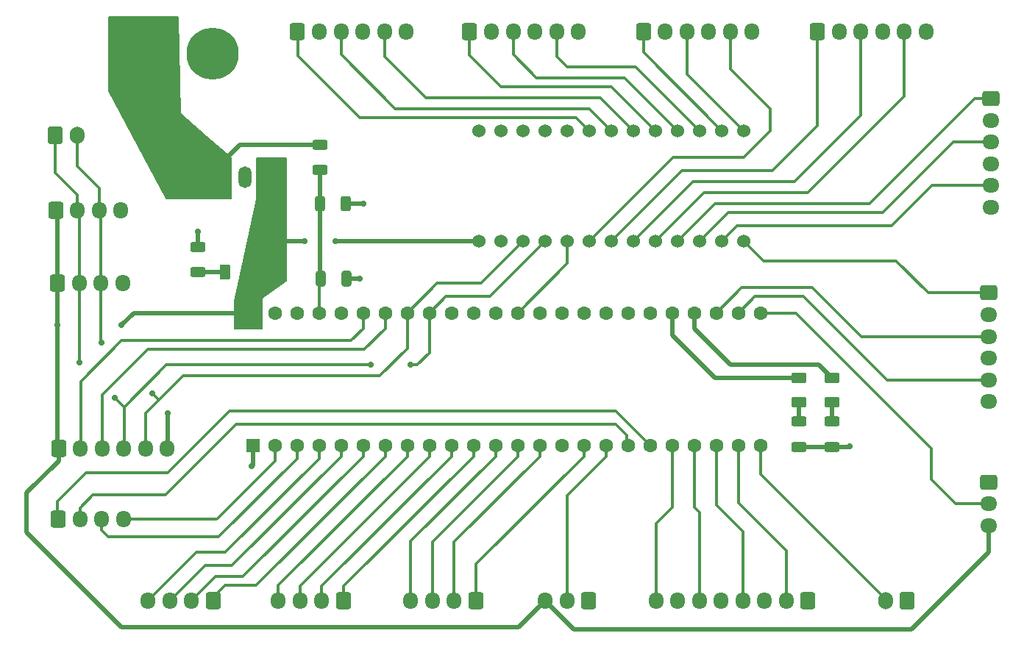
<source format=gbr>
%TF.GenerationSoftware,KiCad,Pcbnew,7.0.5-7.0.5~ubuntu20.04.1*%
%TF.CreationDate,2023-07-11T16:02:29+02:00*%
%TF.ProjectId,drone_launcher,64726f6e-655f-46c6-9175-6e636865722e,V1.0*%
%TF.SameCoordinates,Original*%
%TF.FileFunction,Copper,L1,Top*%
%TF.FilePolarity,Positive*%
%FSLAX46Y46*%
G04 Gerber Fmt 4.6, Leading zero omitted, Abs format (unit mm)*
G04 Created by KiCad (PCBNEW 7.0.5-7.0.5~ubuntu20.04.1) date 2023-07-11 16:02:29*
%MOMM*%
%LPD*%
G01*
G04 APERTURE LIST*
G04 Aperture macros list*
%AMRoundRect*
0 Rectangle with rounded corners*
0 $1 Rounding radius*
0 $2 $3 $4 $5 $6 $7 $8 $9 X,Y pos of 4 corners*
0 Add a 4 corners polygon primitive as box body*
4,1,4,$2,$3,$4,$5,$6,$7,$8,$9,$2,$3,0*
0 Add four circle primitives for the rounded corners*
1,1,$1+$1,$2,$3*
1,1,$1+$1,$4,$5*
1,1,$1+$1,$6,$7*
1,1,$1+$1,$8,$9*
0 Add four rect primitives between the rounded corners*
20,1,$1+$1,$2,$3,$4,$5,0*
20,1,$1+$1,$4,$5,$6,$7,0*
20,1,$1+$1,$6,$7,$8,$9,0*
20,1,$1+$1,$8,$9,$2,$3,0*%
G04 Aperture macros list end*
%TA.AperFunction,ComponentPad*%
%ADD10RoundRect,0.250000X-0.725000X0.600000X-0.725000X-0.600000X0.725000X-0.600000X0.725000X0.600000X0*%
%TD*%
%TA.AperFunction,ComponentPad*%
%ADD11O,1.950000X1.700000*%
%TD*%
%TA.AperFunction,ComponentPad*%
%ADD12RoundRect,0.250000X-0.600000X-0.725000X0.600000X-0.725000X0.600000X0.725000X-0.600000X0.725000X0*%
%TD*%
%TA.AperFunction,ComponentPad*%
%ADD13O,1.700000X1.950000*%
%TD*%
%TA.AperFunction,ComponentPad*%
%ADD14C,1.524000*%
%TD*%
%TA.AperFunction,ComponentPad*%
%ADD15RoundRect,0.250000X0.600000X0.725000X-0.600000X0.725000X-0.600000X-0.725000X0.600000X-0.725000X0*%
%TD*%
%TA.AperFunction,ComponentPad*%
%ADD16R,1.500000X2.500000*%
%TD*%
%TA.AperFunction,ComponentPad*%
%ADD17O,1.500000X2.500000*%
%TD*%
%TA.AperFunction,SMDPad,CuDef*%
%ADD18RoundRect,0.250000X-0.325000X-0.650000X0.325000X-0.650000X0.325000X0.650000X-0.325000X0.650000X0*%
%TD*%
%TA.AperFunction,SMDPad,CuDef*%
%ADD19RoundRect,0.250000X-0.625000X0.312500X-0.625000X-0.312500X0.625000X-0.312500X0.625000X0.312500X0*%
%TD*%
%TA.AperFunction,SMDPad,CuDef*%
%ADD20RoundRect,0.250000X0.625000X-0.375000X0.625000X0.375000X-0.625000X0.375000X-0.625000X-0.375000X0*%
%TD*%
%TA.AperFunction,ComponentPad*%
%ADD21C,6.000000*%
%TD*%
%TA.AperFunction,ComponentPad*%
%ADD22R,6.000000X6.000000*%
%TD*%
%TA.AperFunction,SMDPad,CuDef*%
%ADD23RoundRect,0.250000X0.625000X-0.312500X0.625000X0.312500X-0.625000X0.312500X-0.625000X-0.312500X0*%
%TD*%
%TA.AperFunction,ComponentPad*%
%ADD24R,1.600000X1.600000*%
%TD*%
%TA.AperFunction,ComponentPad*%
%ADD25C,1.600000*%
%TD*%
%TA.AperFunction,SMDPad,CuDef*%
%ADD26RoundRect,0.250000X-0.375000X-0.625000X0.375000X-0.625000X0.375000X0.625000X-0.375000X0.625000X0*%
%TD*%
%TA.AperFunction,ComponentPad*%
%ADD27RoundRect,0.250000X-0.600000X-0.750000X0.600000X-0.750000X0.600000X0.750000X-0.600000X0.750000X0*%
%TD*%
%TA.AperFunction,ComponentPad*%
%ADD28O,1.700000X2.000000*%
%TD*%
%TA.AperFunction,ComponentPad*%
%ADD29RoundRect,0.250000X0.600000X0.750000X-0.600000X0.750000X-0.600000X-0.750000X0.600000X-0.750000X0*%
%TD*%
%TA.AperFunction,SMDPad,CuDef*%
%ADD30RoundRect,0.250000X-0.312500X-0.625000X0.312500X-0.625000X0.312500X0.625000X-0.312500X0.625000X0*%
%TD*%
%TA.AperFunction,ViaPad*%
%ADD31C,0.700000*%
%TD*%
%TA.AperFunction,Conductor*%
%ADD32C,0.500000*%
%TD*%
%TA.AperFunction,Conductor*%
%ADD33C,0.300000*%
%TD*%
G04 APERTURE END LIST*
D10*
%TO.P,J7,1,Pin_1*%
%TO.N,GND*%
X203217000Y-115864000D03*
D11*
%TO.P,J7,2,Pin_2*%
%TO.N,/LEDS_DRONE*%
X203217000Y-118364000D03*
%TO.P,J7,3,Pin_3*%
%TO.N,+5V*%
X203217000Y-120864000D03*
%TD*%
D12*
%TO.P,J14,1,Pin_1*%
%TO.N,/F1R2_TOP_SW*%
X143456000Y-64008000D03*
D13*
%TO.P,J14,2,Pin_2*%
%TO.N,GND*%
X145956000Y-64008000D03*
%TO.P,J14,3,Pin_3*%
%TO.N,/F1R2_SAFETY_SW*%
X148456000Y-64008000D03*
%TO.P,J14,4,Pin_4*%
%TO.N,GND*%
X150956000Y-64008000D03*
%TO.P,J14,5,Pin_5*%
%TO.N,/F1R2_BOTM_SW*%
X153456000Y-64008000D03*
%TO.P,J14,6,Pin_6*%
%TO.N,GND*%
X155956000Y-64008000D03*
%TD*%
D12*
%TO.P,J11,1,Pin_1*%
%TO.N,+5V*%
X96012000Y-92964000D03*
D13*
%TO.P,J11,2,Pin_2*%
%TO.N,/SDA*%
X98512000Y-92964000D03*
%TO.P,J11,3,Pin_3*%
%TO.N,/SCL*%
X101012000Y-92964000D03*
%TO.P,J11,4,Pin_4*%
%TO.N,GND*%
X103512000Y-92964000D03*
%TD*%
D14*
%TO.P,U3,1,Vin*%
%TO.N,+5V*%
X144526000Y-88138000D03*
%TO.P,U3,2,GND*%
%TO.N,GND*%
X147066000Y-88138000D03*
%TO.P,U3,3,SCL*%
%TO.N,/SCL*%
X149606000Y-88138000D03*
%TO.P,U3,4,SDA*%
%TO.N,/SDA*%
X152146000Y-88138000D03*
%TO.P,U3,5,RST*%
%TO.N,/RST_MCP*%
X154686000Y-88138000D03*
%TO.P,U3,6,A0*%
%TO.N,/F2R1_BOTM_SW*%
X157226000Y-88138000D03*
%TO.P,U3,7,A1*%
%TO.N,/F2R2_TOP_SW*%
X159766000Y-88138000D03*
%TO.P,U3,8,A2*%
%TO.N,/F2R2_SAFETY_SW*%
X162306000Y-88138000D03*
%TO.P,U3,9,A3*%
%TO.N,/F2R2_BOTM_SW*%
X164846000Y-88138000D03*
%TO.P,U3,10,A4*%
%TO.N,/F3R1_TOP_SW*%
X167386000Y-88138000D03*
%TO.P,U3,11,A5*%
%TO.N,/F3R1_SAFETY_SW*%
X169926000Y-88138000D03*
%TO.P,U3,12,A6*%
%TO.N,/F3R1_BOTM_SW*%
X172466000Y-88138000D03*
%TO.P,U3,13,A7*%
%TO.N,/F3R2_TOP_SW*%
X175006000Y-88138000D03*
%TO.P,U3,14,IA*%
%TO.N,unconnected-(U3-IA-Pad14)*%
X144526000Y-75438000D03*
%TO.P,U3,15,IB*%
%TO.N,unconnected-(U3-IB-Pad15)*%
X147066000Y-75438000D03*
%TO.P,U3,16,D0*%
%TO.N,unconnected-(U3-D0-Pad16)*%
X149606000Y-75438000D03*
%TO.P,U3,17,D1*%
%TO.N,unconnected-(U3-D1-Pad17)*%
X152146000Y-75438000D03*
%TO.P,U3,18,D2*%
%TO.N,unconnected-(U3-D2-Pad18)*%
X154686000Y-75438000D03*
%TO.P,U3,19,B7*%
%TO.N,/F1R1_TOP_SW*%
X157226000Y-75438000D03*
%TO.P,U3,20,B6*%
%TO.N,/F1R1_SAFETY_SW*%
X159766000Y-75438000D03*
%TO.P,U3,21,B5*%
%TO.N,/F1R1_BOTM_SW*%
X162306000Y-75438000D03*
%TO.P,U3,22,B4*%
%TO.N,/F1R2_TOP_SW*%
X164846000Y-75438000D03*
%TO.P,U3,23,B3*%
%TO.N,/F1R2_SAFETY_SW*%
X167386000Y-75438000D03*
%TO.P,U3,24,B2*%
%TO.N,/F1R2_BOTM_SW*%
X169926000Y-75438000D03*
%TO.P,U3,25,B1*%
%TO.N,/F2_R1_TOP_SW*%
X172466000Y-75438000D03*
%TO.P,U3,26,B0*%
%TO.N,/F2R1_SAFETY_SW*%
X175006000Y-75438000D03*
%TD*%
D15*
%TO.P,J2,1,Pin_1*%
%TO.N,/F2R2_SAFETY_SERVO*%
X128912000Y-129540000D03*
D13*
%TO.P,J2,2,Pin_2*%
%TO.N,/F2R1_SAFETY_SERVO*%
X126412000Y-129540000D03*
%TO.P,J2,3,Pin_3*%
%TO.N,/F2R2_TRIGGER_SERVO*%
X123912000Y-129540000D03*
%TO.P,J2,4,Pin_4*%
%TO.N,/F2R1_TRIGGER_SERVO*%
X121412000Y-129540000D03*
%TD*%
D16*
%TO.P,U1,1,Vin*%
%TO.N,+24V*%
X115062000Y-80772000D03*
D17*
%TO.P,U1,2,GND*%
%TO.N,GND*%
X117602000Y-80772000D03*
%TO.P,U1,3,Vout*%
%TO.N,+5V*%
X120142000Y-80772000D03*
%TD*%
D10*
%TO.P,J18,1,Pin_1*%
%TO.N,/F3R2_TOP_SW*%
X203200000Y-94100000D03*
D11*
%TO.P,J18,2,Pin_2*%
%TO.N,GND*%
X203200000Y-96600000D03*
%TO.P,J18,3,Pin_3*%
%TO.N,/F3R2_SAFETY_SW*%
X203200000Y-99100000D03*
%TO.P,J18,4,Pin_4*%
%TO.N,GND*%
X203200000Y-101600000D03*
%TO.P,J18,5,Pin_5*%
%TO.N,/F3R2_BOTM_SW*%
X203200000Y-104100000D03*
%TO.P,J18,6,Pin_6*%
%TO.N,GND*%
X203200000Y-106600000D03*
%TD*%
D15*
%TO.P,J1,1,Pin_1*%
%TO.N,/F1R2_SAFETY_SERVO*%
X113926000Y-129540000D03*
D13*
%TO.P,J1,2,Pin_2*%
%TO.N,/F1R1_SAFETY_SERVO*%
X111426000Y-129540000D03*
%TO.P,J1,3,Pin_3*%
%TO.N,/F1R2_TRIGGER_SERVO*%
X108926000Y-129540000D03*
%TO.P,J1,4,Pin_4*%
%TO.N,/F1R1_TRIGGER_SERVO*%
X106426000Y-129540000D03*
%TD*%
D12*
%TO.P,J10,1,Pin_1*%
%TO.N,+5V*%
X95798000Y-84582000D03*
D13*
%TO.P,J10,2,Pin_2*%
%TO.N,/SDA*%
X98298000Y-84582000D03*
%TO.P,J10,3,Pin_3*%
%TO.N,/SCL*%
X100798000Y-84582000D03*
%TO.P,J10,4,Pin_4*%
%TO.N,GND*%
X103298000Y-84582000D03*
%TD*%
D12*
%TO.P,J19,1,Pin_1*%
%TO.N,+5V*%
X96132000Y-112014000D03*
D13*
%TO.P,J19,2,Pin_2*%
%TO.N,/GPS_RX*%
X98632000Y-112014000D03*
%TO.P,J19,3,Pin_3*%
%TO.N,/GPS_TX*%
X101132000Y-112014000D03*
%TO.P,J19,4,Pin_4*%
%TO.N,/SDA*%
X103632000Y-112014000D03*
%TO.P,J19,5,Pin_5*%
%TO.N,/SCL*%
X106132000Y-112014000D03*
%TO.P,J19,6,Pin_6*%
%TO.N,GND*%
X108632000Y-112014000D03*
%TD*%
D10*
%TO.P,J17,1,Pin_1*%
%TO.N,/F3R1_TOP_SW*%
X203454000Y-71708000D03*
D11*
%TO.P,J17,2,Pin_2*%
%TO.N,GND*%
X203454000Y-74208000D03*
%TO.P,J17,3,Pin_3*%
%TO.N,/F3R1_SAFETY_SW*%
X203454000Y-76708000D03*
%TO.P,J17,4,Pin_4*%
%TO.N,GND*%
X203454000Y-79208000D03*
%TO.P,J17,5,Pin_5*%
%TO.N,/F3R1_BOTM_SW*%
X203454000Y-81708000D03*
%TO.P,J17,6,Pin_6*%
%TO.N,GND*%
X203454000Y-84208000D03*
%TD*%
D18*
%TO.P,C1,1*%
%TO.N,/BAT_MEAS*%
X126287000Y-92456000D03*
%TO.P,C1,2*%
%TO.N,GND*%
X129237000Y-92456000D03*
%TD*%
D12*
%TO.P,J8,1,Pin_1*%
%TO.N,/SPI_SCK*%
X96092000Y-120142000D03*
D13*
%TO.P,J8,2,Pin_2*%
%TO.N,/SPI_MOSI*%
X98592000Y-120142000D03*
%TO.P,J8,3,Pin_3*%
%TO.N,/SPI_MISO*%
X101092000Y-120142000D03*
%TO.P,J8,4,Pin_4*%
%TO.N,/SPI_CS*%
X103592000Y-120142000D03*
%TD*%
D15*
%TO.P,J4,1,Pin_1*%
%TO.N,GND*%
X157146000Y-129540000D03*
D13*
%TO.P,J4,2,Pin_2*%
%TO.N,/LEDS_BAT_IND*%
X154646000Y-129540000D03*
%TO.P,J4,3,Pin_3*%
%TO.N,+5V*%
X152146000Y-129540000D03*
%TD*%
D19*
%TO.P,R6,1*%
%TO.N,Net-(D4-K)*%
X181356000Y-108900500D03*
%TO.P,R6,2*%
%TO.N,GND*%
X181356000Y-111825500D03*
%TD*%
D20*
%TO.P,D4,1,K*%
%TO.N,Net-(D4-K)*%
X181356000Y-106683000D03*
%TO.P,D4,2,A*%
%TO.N,/LED_DBG*%
X181356000Y-103883000D03*
%TD*%
D21*
%TO.P,J20,N,NEG*%
%TO.N,GND*%
X113836000Y-66548000D03*
D22*
%TO.P,J20,P,POS*%
%TO.N,+24V*%
X106636000Y-66548000D03*
%TD*%
D19*
%TO.P,R7,1*%
%TO.N,Net-(D5-K)*%
X185166000Y-108900500D03*
%TO.P,R7,2*%
%TO.N,GND*%
X185166000Y-111825500D03*
%TD*%
D12*
%TO.P,J15,1,Pin_1*%
%TO.N,/F2_R1_TOP_SW*%
X163442000Y-64008000D03*
D13*
%TO.P,J15,2,Pin_2*%
%TO.N,GND*%
X165942000Y-64008000D03*
%TO.P,J15,3,Pin_3*%
%TO.N,/F2R1_SAFETY_SW*%
X168442000Y-64008000D03*
%TO.P,J15,4,Pin_4*%
%TO.N,GND*%
X170942000Y-64008000D03*
%TO.P,J15,5,Pin_5*%
%TO.N,/F2R1_BOTM_SW*%
X173442000Y-64008000D03*
%TO.P,J15,6,Pin_6*%
%TO.N,GND*%
X175942000Y-64008000D03*
%TD*%
D12*
%TO.P,J13,1,Pin_1*%
%TO.N,/F1R1_TOP_SW*%
X123644000Y-64008000D03*
D13*
%TO.P,J13,2,Pin_2*%
%TO.N,GND*%
X126144000Y-64008000D03*
%TO.P,J13,3,Pin_3*%
%TO.N,/F1R1_SAFETY_SW*%
X128644000Y-64008000D03*
%TO.P,J13,4,Pin_4*%
%TO.N,GND*%
X131144000Y-64008000D03*
%TO.P,J13,5,Pin_5*%
%TO.N,/F1R1_BOTM_SW*%
X133644000Y-64008000D03*
%TO.P,J13,6,Pin_6*%
%TO.N,GND*%
X136144000Y-64008000D03*
%TD*%
D20*
%TO.P,D5,1,K*%
%TO.N,Net-(D5-K)*%
X185166000Y-106683000D03*
%TO.P,D5,2,A*%
%TO.N,/LED_ALIVE*%
X185166000Y-103883000D03*
%TD*%
D12*
%TO.P,J16,1,Pin_1*%
%TO.N,/F2R2_TOP_SW*%
X183468000Y-64008000D03*
D13*
%TO.P,J16,2,Pin_2*%
%TO.N,GND*%
X185968000Y-64008000D03*
%TO.P,J16,3,Pin_3*%
%TO.N,/F2R2_SAFETY_SW*%
X188468000Y-64008000D03*
%TO.P,J16,4,Pin_4*%
%TO.N,GND*%
X190968000Y-64008000D03*
%TO.P,J16,5,Pin_5*%
%TO.N,/F2R2_BOTM_SW*%
X193468000Y-64008000D03*
%TO.P,J16,6,Pin_6*%
%TO.N,GND*%
X195968000Y-64008000D03*
%TD*%
D15*
%TO.P,J3,1,Pin_1*%
%TO.N,/F3R2_SAFETY_SERVO*%
X144152000Y-129540000D03*
D13*
%TO.P,J3,2,Pin_2*%
%TO.N,/F3R1_SAFETY_SERVO*%
X141652000Y-129540000D03*
%TO.P,J3,3,Pin_3*%
%TO.N,/F3R2_TRIGGER_SERVO*%
X139152000Y-129540000D03*
%TO.P,J3,4,Pin_4*%
%TO.N,/F3R1_TRIGGER_SERVO*%
X136652000Y-129540000D03*
%TD*%
D23*
%TO.P,R3,1*%
%TO.N,Net-(D1-K)*%
X112151000Y-91694000D03*
%TO.P,R3,2*%
%TO.N,GND*%
X112151000Y-88769000D03*
%TD*%
D24*
%TO.P,U2,1,GND*%
%TO.N,GND*%
X118491000Y-111633000D03*
D25*
%TO.P,U2,2,0_RX1_CRX2_CS1*%
%TO.N,/SPI_CS*%
X121031000Y-111633000D03*
%TO.P,U2,3,1_TX1_CTX2_MISO1*%
%TO.N,/SPI_MISO*%
X123571000Y-111633000D03*
%TO.P,U2,4,2_OUT2*%
%TO.N,/F1R1_TRIGGER_SERVO*%
X126111000Y-111633000D03*
%TO.P,U2,5,3_LRCLK2*%
%TO.N,/F1R2_TRIGGER_SERVO*%
X128651000Y-111633000D03*
%TO.P,U2,6,4_BCLK2*%
%TO.N,/F1R1_SAFETY_SERVO*%
X131191000Y-111633000D03*
%TO.P,U2,7,5_IN2*%
%TO.N,/F1R2_SAFETY_SERVO*%
X133731000Y-111633000D03*
%TO.P,U2,8,6_OUT1D*%
%TO.N,/F2R1_TRIGGER_SERVO*%
X136271000Y-111633000D03*
%TO.P,U2,9,7_RX2_OUT1A*%
%TO.N,/F2R2_TRIGGER_SERVO*%
X138811000Y-111633000D03*
%TO.P,U2,10,8_TX2_IN1*%
%TO.N,/F2R1_SAFETY_SERVO*%
X141351000Y-111633000D03*
%TO.P,U2,11,9_OUT1C*%
%TO.N,/F2R2_SAFETY_SERVO*%
X143891000Y-111633000D03*
%TO.P,U2,12,10_CS_MQSR*%
%TO.N,/F3R1_TRIGGER_SERVO*%
X146431000Y-111633000D03*
%TO.P,U2,13,11_MOSI_CTX1*%
%TO.N,/F3R2_TRIGGER_SERVO*%
X148971000Y-111633000D03*
%TO.P,U2,14,12_MISO_MQSL*%
%TO.N,/F3R1_SAFETY_SERVO*%
X151511000Y-111633000D03*
%TO.P,U2,15,3V3*%
%TO.N,unconnected-(U2-3V3-Pad15)*%
X154051000Y-111633000D03*
%TO.P,U2,16,24_A10_TX6_SCL2*%
%TO.N,/F3R2_SAFETY_SERVO*%
X156591000Y-111633000D03*
%TO.P,U2,17,25_A11_RX6_SDA2*%
%TO.N,/LEDS_BAT_IND*%
X159131000Y-111633000D03*
%TO.P,U2,18,26_A12_MOSI1*%
%TO.N,/SPI_MOSI*%
X161671000Y-111633000D03*
%TO.P,U2,19,27_A13_SCK1*%
%TO.N,/SPI_SCK*%
X164211000Y-111633000D03*
%TO.P,U2,20,28_RX7*%
%TO.N,/MENU1_SW*%
X166751000Y-111633000D03*
%TO.P,U2,21,29_TX7*%
%TO.N,/MENU2_SW*%
X169291000Y-111633000D03*
%TO.P,U2,22,30_CRX3*%
%TO.N,/MENU3_SW*%
X171831000Y-111633000D03*
%TO.P,U2,23,31_CTX3*%
%TO.N,/MENU4_SW*%
X174371000Y-111633000D03*
%TO.P,U2,24,32_OUT1B*%
%TO.N,/ARM_SW*%
X176911000Y-111633000D03*
%TO.P,U2,25,33_MCLK2*%
%TO.N,/LEDS_DRONE*%
X176911000Y-96393000D03*
%TO.P,U2,26,34_RX8*%
%TO.N,/F3R2_BOTM_SW*%
X174371000Y-96393000D03*
%TO.P,U2,27,35_TX8*%
%TO.N,/F3R2_SAFETY_SW*%
X171831000Y-96393000D03*
%TO.P,U2,28,36_CS*%
%TO.N,/LED_ALIVE*%
X169291000Y-96393000D03*
%TO.P,U2,29,37_CS*%
%TO.N,/LED_DBG*%
X166751000Y-96393000D03*
%TO.P,U2,30,38_CS1_IN1*%
%TO.N,unconnected-(U2-38_CS1_IN1-Pad30)*%
X164211000Y-96393000D03*
%TO.P,U2,31,39_MISO1_OUT1A*%
%TO.N,unconnected-(U2-39_MISO1_OUT1A-Pad31)*%
X161671000Y-96393000D03*
%TO.P,U2,32,40_A16*%
%TO.N,unconnected-(U2-40_A16-Pad32)*%
X159131000Y-96393000D03*
%TO.P,U2,33,41_A17*%
%TO.N,unconnected-(U2-41_A17-Pad33)*%
X156591000Y-96393000D03*
%TO.P,U2,34,GND*%
%TO.N,GND*%
X154051000Y-96393000D03*
%TO.P,U2,35,13_SCK_LED*%
%TO.N,unconnected-(U2-13_SCK_LED-Pad35)*%
X151511000Y-96393000D03*
%TO.P,U2,36,14_A0_TX3_SPDIF_OUT*%
%TO.N,/RST_MCP*%
X148971000Y-96393000D03*
%TO.P,U2,37,15_A1_RX3_SPDIF_IN*%
%TO.N,unconnected-(U2-15_A1_RX3_SPDIF_IN-Pad37)*%
X146431000Y-96393000D03*
%TO.P,U2,38,16_A2_RX4_SCL1*%
%TO.N,unconnected-(U2-16_A2_RX4_SCL1-Pad38)*%
X143891000Y-96393000D03*
%TO.P,U2,39,17_A3_TX4_SDA1*%
%TO.N,unconnected-(U2-17_A3_TX4_SDA1-Pad39)*%
X141351000Y-96393000D03*
%TO.P,U2,40,18_A4_SDA*%
%TO.N,/SDA*%
X138811000Y-96393000D03*
%TO.P,U2,41,19_A5_SCL*%
%TO.N,/SCL*%
X136271000Y-96393000D03*
%TO.P,U2,42,20_A6_TX5_LRCLK1*%
%TO.N,/GPS_TX*%
X133731000Y-96393000D03*
%TO.P,U2,43,21_A7_RX5_BCLK1*%
%TO.N,/GPS_RX*%
X131191000Y-96393000D03*
%TO.P,U2,44,22_A8_CTX1*%
%TO.N,unconnected-(U2-22_A8_CTX1-Pad44)*%
X128651000Y-96393000D03*
%TO.P,U2,45,23_A9_CRX1_MCLK1*%
%TO.N,/BAT_MEAS*%
X126111000Y-96393000D03*
%TO.P,U2,46,3V3*%
%TO.N,unconnected-(U2-3V3-Pad46)*%
X123571000Y-96393000D03*
%TO.P,U2,47,GND*%
%TO.N,GND*%
X121031000Y-96393000D03*
%TO.P,U2,48,VIN*%
%TO.N,+5V*%
X118491000Y-96393000D03*
%TD*%
D26*
%TO.P,D1,1,K*%
%TO.N,Net-(D1-K)*%
X115310000Y-91694000D03*
%TO.P,D1,2,A*%
%TO.N,+5V*%
X118110000Y-91694000D03*
%TD*%
D19*
%TO.P,R1,1*%
%TO.N,+24V*%
X126238000Y-77023500D03*
%TO.P,R1,2*%
%TO.N,/BAT_MEAS*%
X126238000Y-79948500D03*
%TD*%
D27*
%TO.P,J9,1,Pin_1*%
%TO.N,/SDA*%
X95758000Y-75946000D03*
D28*
%TO.P,J9,2,Pin_2*%
%TO.N,/SCL*%
X98258000Y-75946000D03*
%TD*%
D15*
%TO.P,J5,1,Pin_1*%
%TO.N,GND*%
X182386000Y-129540000D03*
D13*
%TO.P,J5,2,Pin_2*%
%TO.N,/MENU4_SW*%
X179886000Y-129540000D03*
%TO.P,J5,3,Pin_3*%
%TO.N,GND*%
X177386000Y-129540000D03*
%TO.P,J5,4,Pin_4*%
%TO.N,/MENU3_SW*%
X174886000Y-129540000D03*
%TO.P,J5,5,Pin_5*%
%TO.N,GND*%
X172386000Y-129540000D03*
%TO.P,J5,6,Pin_6*%
%TO.N,/MENU2_SW*%
X169886000Y-129540000D03*
%TO.P,J5,7,Pin_7*%
%TO.N,GND*%
X167386000Y-129540000D03*
%TO.P,J5,8,Pin_8*%
%TO.N,/MENU1_SW*%
X164886000Y-129540000D03*
%TD*%
D29*
%TO.P,J6,1,Pin_1*%
%TO.N,GND*%
X193802000Y-129540000D03*
D28*
%TO.P,J6,2,Pin_2*%
%TO.N,/ARM_SW*%
X191302000Y-129540000D03*
%TD*%
D30*
%TO.P,R2,1*%
%TO.N,/BAT_MEAS*%
X126234000Y-83820000D03*
%TO.P,R2,2*%
%TO.N,GND*%
X129159000Y-83820000D03*
%TD*%
D31*
%TO.N,GND*%
X130810000Y-92456000D03*
X131254500Y-83820000D03*
X187198000Y-111760000D03*
X112151000Y-86991000D03*
X118364000Y-114046000D03*
X108712000Y-107950000D03*
%TO.N,+5V*%
X103378000Y-97790000D03*
X124460000Y-88138000D03*
X96012000Y-97790000D03*
X128016000Y-88138000D03*
%TO.N,/SCL*%
X106934000Y-105664000D03*
X101092000Y-99822000D03*
%TO.N,/SDA*%
X102616000Y-106172000D03*
X98552000Y-102108000D03*
X136652000Y-102362000D03*
X132080000Y-102362000D03*
%TD*%
D32*
%TO.N,+24V*%
X115062000Y-78994000D02*
X117032500Y-77023500D01*
X115062000Y-80772000D02*
X115062000Y-78994000D01*
X117032500Y-77023500D02*
X126238000Y-77023500D01*
%TO.N,GND*%
X118491000Y-113919000D02*
X118364000Y-114046000D01*
X129237000Y-92456000D02*
X130810000Y-92456000D01*
X181356000Y-111825500D02*
X185166000Y-111825500D01*
X112151000Y-88769000D02*
X112151000Y-86991000D01*
X118491000Y-111633000D02*
X118491000Y-113919000D01*
X108676000Y-112043000D02*
X108676000Y-107986000D01*
X187132500Y-111825500D02*
X187198000Y-111760000D01*
X129349500Y-83820000D02*
X131254500Y-83820000D01*
X185166000Y-111825500D02*
X187132500Y-111825500D01*
X108676000Y-107986000D02*
X108712000Y-107950000D01*
%TO.N,+5V*%
X96132000Y-112014000D02*
X96012000Y-111894000D01*
X96132000Y-113418000D02*
X92456000Y-117094000D01*
X96012000Y-92964000D02*
X96012000Y-84796000D01*
X96132000Y-112014000D02*
X96132000Y-113418000D01*
X124460000Y-88138000D02*
X121920000Y-88138000D01*
X96012000Y-84796000D02*
X95798000Y-84582000D01*
X149098000Y-132588000D02*
X103378000Y-132588000D01*
X203217000Y-120864000D02*
X203217000Y-123935000D01*
X203217000Y-123935000D02*
X194310000Y-132842000D01*
X96012000Y-111894000D02*
X96012000Y-97790000D01*
X92456000Y-117094000D02*
X92456000Y-121666000D01*
X103378000Y-132588000D02*
X103251000Y-132461000D01*
X118491000Y-96393000D02*
X104775000Y-96393000D01*
X152146000Y-129540000D02*
X149098000Y-132588000D01*
X104775000Y-96393000D02*
X103378000Y-97790000D01*
X92456000Y-121666000D02*
X103251000Y-132461000D01*
X155448000Y-132842000D02*
X152146000Y-129540000D01*
X96012000Y-97790000D02*
X96012000Y-92964000D01*
X194310000Y-132842000D02*
X155448000Y-132842000D01*
X144526000Y-88138000D02*
X128016000Y-88138000D01*
D33*
%TO.N,/F1R2_SAFETY_SERVO*%
X118872000Y-127762000D02*
X115316000Y-127762000D01*
X133731000Y-111633000D02*
X133731000Y-112903000D01*
X115316000Y-127762000D02*
X113926000Y-129152000D01*
X113926000Y-129152000D02*
X113926000Y-129540000D01*
X133731000Y-112903000D02*
X118872000Y-127762000D01*
%TO.N,/F1R1_SAFETY_SERVO*%
X131191000Y-111633000D02*
X131191000Y-112903000D01*
X131191000Y-112903000D02*
X117348000Y-126746000D01*
X117348000Y-126746000D02*
X114220000Y-126746000D01*
X114220000Y-126746000D02*
X111426000Y-129540000D01*
%TO.N,/SCL*%
X106172000Y-108966000D02*
X106176000Y-108970000D01*
X100798000Y-82002000D02*
X98258000Y-79462000D01*
X136271000Y-96393000D02*
X139700000Y-92964000D01*
X136271000Y-96393000D02*
X136271000Y-100457000D01*
X100798000Y-84582000D02*
X100798000Y-82002000D01*
X133096000Y-103632000D02*
X110490000Y-103632000D01*
X98258000Y-79462000D02*
X98258000Y-75946000D01*
X101012000Y-92964000D02*
X101012000Y-99742000D01*
X139700000Y-92964000D02*
X144780000Y-92964000D01*
X106934000Y-105664000D02*
X107696000Y-106426000D01*
X106176000Y-108970000D02*
X106176000Y-112043000D01*
X106172000Y-111369056D02*
X106172000Y-108966000D01*
X110490000Y-103632000D02*
X107696000Y-106426000D01*
X144780000Y-92964000D02*
X149606000Y-88138000D01*
X101012000Y-84796000D02*
X100798000Y-84582000D01*
X136271000Y-100457000D02*
X133096000Y-103632000D01*
X107696000Y-106426000D02*
X106172000Y-107950000D01*
X106172000Y-108966000D02*
X106172000Y-107950000D01*
X101012000Y-92964000D02*
X101012000Y-84796000D01*
X101012000Y-99742000D02*
X101092000Y-99822000D01*
%TO.N,/SDA*%
X136652000Y-102362000D02*
X137414000Y-102362000D01*
X103676000Y-107232000D02*
X108546000Y-102362000D01*
X98512000Y-102068000D02*
X98552000Y-102108000D01*
X138811000Y-100965000D02*
X138811000Y-96393000D01*
X152146000Y-88138000D02*
X145796000Y-94488000D01*
X140716000Y-94488000D02*
X138811000Y-96393000D01*
X103676000Y-108922000D02*
X103676000Y-112043000D01*
X108546000Y-102362000D02*
X132080000Y-102362000D01*
X98512000Y-92964000D02*
X98512000Y-84796000D01*
X98512000Y-92964000D02*
X98512000Y-102068000D01*
X145796000Y-94488000D02*
X140716000Y-94488000D01*
X103676000Y-108922000D02*
X103676000Y-107232000D01*
X98298000Y-82804000D02*
X95758000Y-80264000D01*
X137414000Y-102362000D02*
X138811000Y-100965000D01*
X98512000Y-84796000D02*
X98298000Y-84582000D01*
X95758000Y-80264000D02*
X95758000Y-75946000D01*
X98298000Y-84582000D02*
X98298000Y-82804000D01*
X102616000Y-106172000D02*
X103676000Y-107232000D01*
%TO.N,/F1R2_TRIGGER_SERVO*%
X116078000Y-125476000D02*
X112990000Y-125476000D01*
X112990000Y-125476000D02*
X108926000Y-129540000D01*
X128651000Y-111633000D02*
X128651000Y-112903000D01*
X128651000Y-112903000D02*
X116078000Y-125476000D01*
%TO.N,/F1R1_TRIGGER_SERVO*%
X115316000Y-123952000D02*
X112014000Y-123952000D01*
X126111000Y-111633000D02*
X126111000Y-113157000D01*
X112014000Y-123952000D02*
X106426000Y-129540000D01*
X126111000Y-113157000D02*
X115316000Y-123952000D01*
%TO.N,/SPI_CS*%
X121031000Y-113411000D02*
X121031000Y-111633000D01*
X103592000Y-120142000D02*
X114300000Y-120142000D01*
X114300000Y-120142000D02*
X114427000Y-120015000D01*
X114427000Y-120015000D02*
X121031000Y-113411000D01*
%TO.N,/SPI_MISO*%
X123571000Y-113157000D02*
X123571000Y-111633000D01*
X101092000Y-120142000D02*
X101092000Y-121412000D01*
X101092000Y-121412000D02*
X101854000Y-122174000D01*
X114554000Y-122174000D02*
X123571000Y-113157000D01*
X101854000Y-122174000D02*
X114554000Y-122174000D01*
%TO.N,/F2R2_SAFETY_SERVO*%
X143891000Y-112903000D02*
X128912000Y-127882000D01*
X143891000Y-111633000D02*
X143891000Y-112903000D01*
X128912000Y-127882000D02*
X128912000Y-129540000D01*
%TO.N,/F2R1_SAFETY_SERVO*%
X126412000Y-127842000D02*
X126412000Y-129540000D01*
X141351000Y-112903000D02*
X126412000Y-127842000D01*
X141351000Y-111633000D02*
X141351000Y-112903000D01*
%TO.N,/F2R2_TRIGGER_SERVO*%
X138811000Y-111633000D02*
X138811000Y-112903000D01*
X123912000Y-127802000D02*
X123912000Y-129540000D01*
X138811000Y-112903000D02*
X123912000Y-127802000D01*
%TO.N,/F2R1_TRIGGER_SERVO*%
X121412000Y-127762000D02*
X121412000Y-129540000D01*
X136271000Y-111633000D02*
X136271000Y-112903000D01*
X136271000Y-112903000D02*
X121412000Y-127762000D01*
%TO.N,/F3R2_SAFETY_SERVO*%
X144152000Y-125342000D02*
X144152000Y-129540000D01*
X156591000Y-111633000D02*
X156591000Y-112903000D01*
X156591000Y-112903000D02*
X144152000Y-125342000D01*
%TO.N,/F3R1_SAFETY_SERVO*%
X151511000Y-112903000D02*
X141652000Y-122762000D01*
X141652000Y-122762000D02*
X141652000Y-129540000D01*
X151511000Y-111633000D02*
X151511000Y-112903000D01*
%TO.N,/F3R2_TRIGGER_SERVO*%
X139152000Y-122722000D02*
X139152000Y-129540000D01*
X148971000Y-112903000D02*
X139152000Y-122722000D01*
X148971000Y-111633000D02*
X148971000Y-112903000D01*
%TO.N,/F3R1_TRIGGER_SERVO*%
X136652000Y-122682000D02*
X136652000Y-129540000D01*
X146431000Y-112903000D02*
X136652000Y-122682000D01*
X146431000Y-111633000D02*
X146431000Y-112903000D01*
%TO.N,/GPS_RX*%
X98676000Y-104264000D02*
X103372000Y-99568000D01*
X103372000Y-99568000D02*
X129794000Y-99568000D01*
X129794000Y-99568000D02*
X131191000Y-98171000D01*
X131191000Y-98171000D02*
X131191000Y-96393000D01*
X98676000Y-112043000D02*
X98676000Y-104264000D01*
%TO.N,/GPS_TX*%
X131318000Y-100584000D02*
X106426000Y-100584000D01*
X101176000Y-105834000D02*
X101176000Y-112043000D01*
X133731000Y-96393000D02*
X133731000Y-98171000D01*
X106426000Y-100584000D02*
X101176000Y-105834000D01*
X133731000Y-98171000D02*
X131318000Y-100584000D01*
D32*
%TO.N,/LED_ALIVE*%
X185166000Y-103883000D02*
X183645000Y-102362000D01*
X173482000Y-102362000D02*
X169291000Y-98171000D01*
X183645000Y-102362000D02*
X173482000Y-102362000D01*
X169291000Y-98171000D02*
X169291000Y-96393000D01*
%TO.N,/LED_DBG*%
X166751000Y-98933000D02*
X166751000Y-96393000D01*
X171701000Y-103883000D02*
X166751000Y-98933000D01*
X181356000Y-103883000D02*
X171701000Y-103883000D01*
D33*
%TO.N,/F1R1_TOP_SW*%
X157226000Y-75438000D02*
X155702000Y-73914000D01*
X130810000Y-73914000D02*
X123698000Y-66802000D01*
X123698000Y-64062000D02*
X123644000Y-64008000D01*
X123698000Y-66802000D02*
X123698000Y-64062000D01*
X155702000Y-73914000D02*
X130810000Y-73914000D01*
%TO.N,/F1R1_SAFETY_SW*%
X134874000Y-72898000D02*
X157226000Y-72898000D01*
X128644000Y-66668000D02*
X134874000Y-72898000D01*
X157226000Y-72898000D02*
X159766000Y-75438000D01*
X128644000Y-64008000D02*
X128644000Y-66668000D01*
%TO.N,/LEDS_DRONE*%
X196596000Y-112014000D02*
X180975000Y-96393000D01*
X180975000Y-96393000D02*
X176911000Y-96393000D01*
X203217000Y-118364000D02*
X199390000Y-118364000D01*
X196596000Y-115570000D02*
X196596000Y-112014000D01*
X199390000Y-118364000D02*
X196596000Y-115570000D01*
%TO.N,/ARM_SW*%
X191302000Y-129540000D02*
X191302000Y-129391000D01*
X176911000Y-111633000D02*
X176911000Y-115000000D01*
X191302000Y-129391000D02*
X176911000Y-115000000D01*
%TO.N,/MENU4_SW*%
X179886000Y-123752000D02*
X174371000Y-118237000D01*
X174371000Y-118237000D02*
X174371000Y-111633000D01*
X179886000Y-129540000D02*
X179886000Y-123752000D01*
%TO.N,/MENU3_SW*%
X174886000Y-129540000D02*
X174886000Y-121546000D01*
X174886000Y-121546000D02*
X171831000Y-118491000D01*
X171831000Y-118491000D02*
X171831000Y-111633000D01*
%TO.N,/MENU2_SW*%
X169291000Y-118745000D02*
X169291000Y-111633000D01*
X169886000Y-119340000D02*
X169291000Y-118745000D01*
X169886000Y-129540000D02*
X169886000Y-119340000D01*
D32*
%TO.N,/BAT_MEAS*%
X126238000Y-83816000D02*
X126234000Y-83820000D01*
D33*
X126111000Y-92583000D02*
X126111000Y-96393000D01*
D32*
X126234000Y-92403000D02*
X126287000Y-92456000D01*
X126238000Y-79948500D02*
X126238000Y-83816000D01*
X126234000Y-83820000D02*
X126234000Y-92403000D01*
D33*
X126234000Y-92460000D02*
X126111000Y-92583000D01*
%TO.N,/MENU1_SW*%
X164886000Y-120610000D02*
X166751000Y-118745000D01*
X166751000Y-118745000D02*
X166751000Y-111633000D01*
X164886000Y-129540000D02*
X164886000Y-120610000D01*
%TO.N,/SPI_SCK*%
X99314000Y-114808000D02*
X108712000Y-114808000D01*
X108712000Y-114808000D02*
X115824000Y-107696000D01*
X96092000Y-120142000D02*
X96012000Y-120062000D01*
X96012000Y-118110000D02*
X99314000Y-114808000D01*
X115824000Y-107696000D02*
X160274000Y-107696000D01*
X160274000Y-107696000D02*
X164211000Y-111633000D01*
X96012000Y-120062000D02*
X96012000Y-118110000D01*
%TO.N,/SPI_MOSI*%
X161544000Y-111506000D02*
X161544000Y-110490000D01*
X100076000Y-117348000D02*
X108458000Y-117348000D01*
X161671000Y-111633000D02*
X161544000Y-111506000D01*
X98592000Y-118832000D02*
X100076000Y-117348000D01*
X160274000Y-109220000D02*
X116586000Y-109220000D01*
X161544000Y-110490000D02*
X160274000Y-109220000D01*
X108458000Y-117348000D02*
X116586000Y-109220000D01*
X98592000Y-120142000D02*
X98592000Y-118832000D01*
%TO.N,/LEDS_BAT_IND*%
X159131000Y-112903000D02*
X159131000Y-111633000D01*
X154646000Y-129540000D02*
X154646000Y-117388000D01*
X154646000Y-117388000D02*
X159131000Y-112903000D01*
%TO.N,/F3R2_BOTM_SW*%
X176276000Y-94488000D02*
X174371000Y-96393000D01*
X191476000Y-104100000D02*
X181864000Y-94488000D01*
X203200000Y-104100000D02*
X191476000Y-104100000D01*
X181864000Y-94488000D02*
X176276000Y-94488000D01*
%TO.N,/F3R2_SAFETY_SW*%
X182880000Y-93472000D02*
X174752000Y-93472000D01*
X203200000Y-99100000D02*
X188508000Y-99100000D01*
X174752000Y-93472000D02*
X171831000Y-96393000D01*
X188508000Y-99100000D02*
X182880000Y-93472000D01*
%TO.N,/F3R2_TOP_SW*%
X177292000Y-90424000D02*
X175006000Y-88138000D01*
X192532000Y-90424000D02*
X177292000Y-90424000D01*
X196208000Y-94100000D02*
X192532000Y-90424000D01*
X203200000Y-94100000D02*
X196208000Y-94100000D01*
%TO.N,/F3R1_BOTM_SW*%
X174244000Y-86360000D02*
X172466000Y-88138000D01*
X203454000Y-81708000D02*
X196676000Y-81708000D01*
X192024000Y-86360000D02*
X174244000Y-86360000D01*
X196676000Y-81708000D02*
X192024000Y-86360000D01*
%TO.N,/F3R1_SAFETY_SW*%
X191008000Y-84836000D02*
X173228000Y-84836000D01*
X199136000Y-76708000D02*
X191008000Y-84836000D01*
X203454000Y-76708000D02*
X199136000Y-76708000D01*
X173228000Y-84836000D02*
X169926000Y-88138000D01*
%TO.N,/F3R1_TOP_SW*%
X167386000Y-88138000D02*
X171704000Y-83820000D01*
X171704000Y-83820000D02*
X189484000Y-83820000D01*
X201596000Y-71708000D02*
X189484000Y-83820000D01*
X203454000Y-71708000D02*
X201596000Y-71708000D01*
%TO.N,/F2R2_BOTM_SW*%
X193468000Y-64008000D02*
X193468000Y-71454000D01*
X193468000Y-71454000D02*
X182372000Y-82550000D01*
X170434000Y-82550000D02*
X182372000Y-82550000D01*
X164846000Y-88138000D02*
X170434000Y-82550000D01*
%TO.N,/F2R2_SAFETY_SW*%
X188468000Y-64008000D02*
X188468000Y-73660000D01*
X169164000Y-81280000D02*
X162306000Y-88138000D01*
X188468000Y-73660000D02*
X180848000Y-81280000D01*
X180848000Y-81280000D02*
X169164000Y-81280000D01*
%TO.N,/F1R1_BOTM_SW*%
X158496000Y-71628000D02*
X162306000Y-75438000D01*
X138430000Y-71628000D02*
X141478000Y-71628000D01*
X133644000Y-64008000D02*
X133644000Y-66842000D01*
X133644000Y-66842000D02*
X138430000Y-71628000D01*
X141478000Y-71628000D02*
X158496000Y-71628000D01*
%TO.N,/F1R2_TOP_SW*%
X143456000Y-64008000D02*
X143456000Y-66748000D01*
X143456000Y-66748000D02*
X147066000Y-70358000D01*
X159766000Y-70358000D02*
X164846000Y-75438000D01*
X147066000Y-70358000D02*
X159766000Y-70358000D01*
%TO.N,/F1R2_SAFETY_SW*%
X167386000Y-75438000D02*
X161290000Y-69342000D01*
X148456000Y-66668000D02*
X148456000Y-64008000D01*
X161290000Y-69342000D02*
X151130000Y-69342000D01*
X151130000Y-69342000D02*
X148456000Y-66668000D01*
%TO.N,/F1R2_BOTM_SW*%
X154686000Y-68072000D02*
X162560000Y-68072000D01*
X162560000Y-68072000D02*
X169926000Y-75438000D01*
X153456000Y-66842000D02*
X154686000Y-68072000D01*
X153456000Y-64008000D02*
X153456000Y-66842000D01*
%TO.N,/F2_R1_TOP_SW*%
X163442000Y-66414000D02*
X163442000Y-64008000D01*
X172466000Y-75438000D02*
X163442000Y-66414000D01*
%TO.N,/F2R1_SAFETY_SW*%
X168442000Y-64008000D02*
X168442000Y-68874000D01*
X168442000Y-68874000D02*
X175006000Y-75438000D01*
%TO.N,/F2R1_BOTM_SW*%
X157226000Y-88138000D02*
X166878000Y-78486000D01*
X178054000Y-72898000D02*
X178054000Y-75438000D01*
X166878000Y-78486000D02*
X175006000Y-78486000D01*
X173442000Y-64008000D02*
X173442000Y-68286000D01*
X173442000Y-68286000D02*
X178054000Y-72898000D01*
X175006000Y-78486000D02*
X178054000Y-75438000D01*
%TO.N,/F2R2_TOP_SW*%
X159766000Y-88138000D02*
X167894000Y-80010000D01*
X183468000Y-74850000D02*
X178308000Y-80010000D01*
X167894000Y-80010000D02*
X178308000Y-80010000D01*
X183468000Y-64008000D02*
X183468000Y-74850000D01*
D32*
%TO.N,Net-(D1-K)*%
X112151000Y-91694000D02*
X115062000Y-91694000D01*
X115062000Y-91694000D02*
X115193000Y-91563000D01*
%TO.N,Net-(D4-K)*%
X181356000Y-106683000D02*
X181356000Y-108900500D01*
%TO.N,Net-(D5-K)*%
X185166000Y-106683000D02*
X185166000Y-108900500D01*
D33*
%TO.N,/RST_MCP*%
X154686000Y-90678000D02*
X154686000Y-88138000D01*
X148971000Y-96393000D02*
X154686000Y-90678000D01*
%TD*%
%TA.AperFunction,Conductor*%
%TO.N,+24V*%
G36*
X109927825Y-62249685D02*
G01*
X109973580Y-62302489D01*
X109984754Y-62351183D01*
X110236000Y-73406001D01*
X113200120Y-75983496D01*
X116035367Y-78448928D01*
X116073038Y-78507770D01*
X116078000Y-78542497D01*
X116078000Y-83188000D01*
X116058315Y-83255039D01*
X116005511Y-83300794D01*
X115954000Y-83312000D01*
X108532579Y-83312000D01*
X108465540Y-83292315D01*
X108423044Y-83246121D01*
X105877593Y-78448926D01*
X101868463Y-70893258D01*
X101854000Y-70835143D01*
X101854000Y-62354000D01*
X101873685Y-62286961D01*
X101926489Y-62241206D01*
X101978000Y-62230000D01*
X109860786Y-62230000D01*
X109927825Y-62249685D01*
G37*
%TD.AperFunction*%
%TD*%
%TA.AperFunction,Conductor*%
%TO.N,+5V*%
G36*
X122371039Y-78505685D02*
G01*
X122416794Y-78558489D01*
X122428000Y-78610000D01*
X122428000Y-92646856D01*
X122408315Y-92713895D01*
X122376933Y-92747139D01*
X119634000Y-94741998D01*
X119634000Y-98174000D01*
X119614315Y-98241039D01*
X119561511Y-98286794D01*
X119510000Y-98298000D01*
X116456000Y-98298000D01*
X116388961Y-98278315D01*
X116343206Y-98225511D01*
X116332000Y-98174000D01*
X116332000Y-95009323D01*
X116334830Y-94982982D01*
X116828110Y-92713895D01*
X118872000Y-83312000D01*
X118872000Y-78610000D01*
X118891685Y-78542961D01*
X118944489Y-78497206D01*
X118996000Y-78486000D01*
X122304000Y-78486000D01*
X122371039Y-78505685D01*
G37*
%TD.AperFunction*%
%TD*%
M02*

</source>
